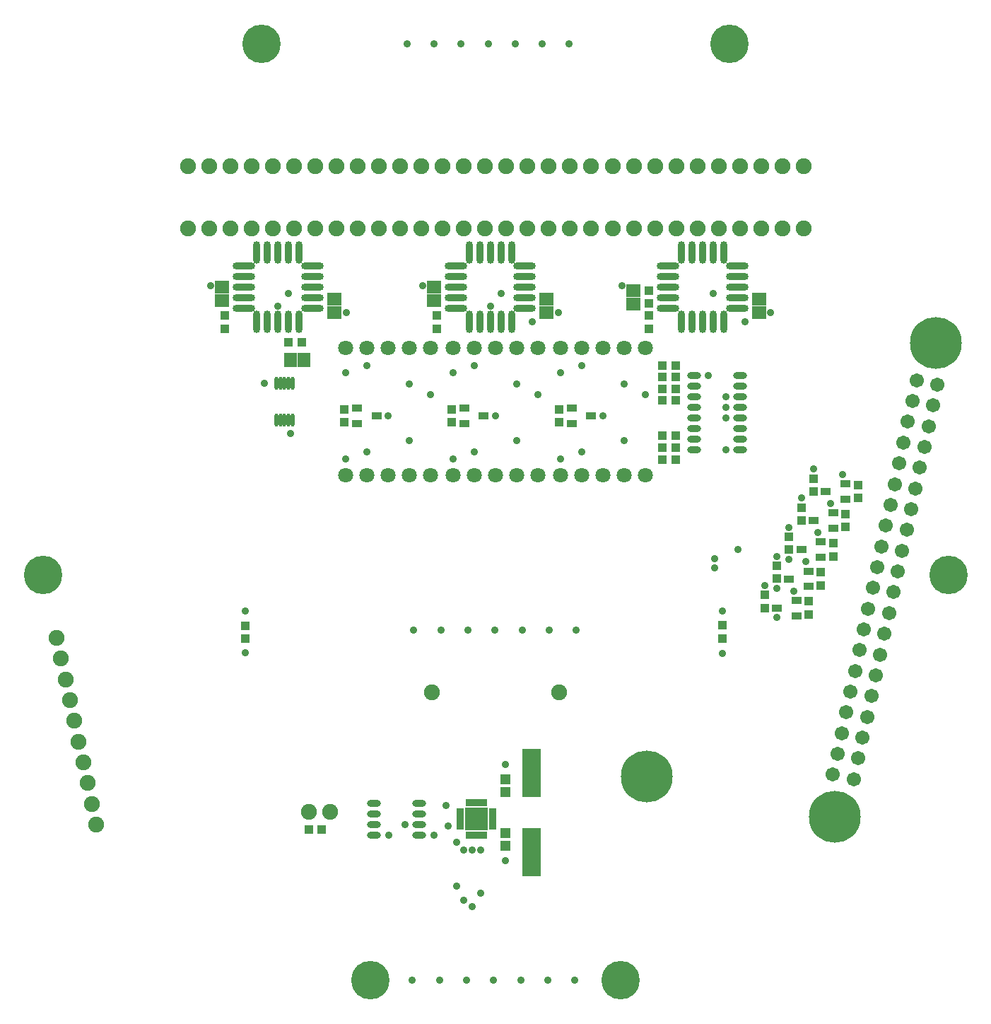
<source format=gbs>
G04*
G04 #@! TF.GenerationSoftware,Altium Limited,Altium Designer,18.1.11 (251)*
G04*
G04 Layer_Color=16711935*
%FSLAX25Y25*%
%MOIN*%
G70*
G01*
G75*
%ADD20C,0.06706*%
%ADD21C,0.24422*%
%ADD22C,0.07493*%
%ADD23C,0.07099*%
%ADD24C,0.18123*%
%ADD25C,0.03556*%
%ADD49R,0.04540X0.03359*%
%ADD50R,0.04343X0.04147*%
%ADD51R,0.04737X0.04934*%
%ADD52R,0.03674X0.01981*%
%ADD53R,0.01981X0.03674*%
%ADD54R,0.10642X0.10642*%
%ADD55R,0.09068X0.22847*%
%ADD56O,0.06509X0.03162*%
%ADD57R,0.04147X0.04343*%
%ADD58R,0.06509X0.05918*%
%ADD59O,0.01981X0.06115*%
%ADD60R,0.05918X0.06509*%
%ADD61O,0.10642X0.03359*%
%ADD62O,0.03359X0.10642*%
D20*
X198587Y300588D02*
D03*
X196508Y290806D02*
D03*
X194429Y281025D02*
D03*
X192350Y271243D02*
D03*
X190270Y261462D02*
D03*
X188191Y251680D02*
D03*
X186112Y241899D02*
D03*
X184033Y232117D02*
D03*
X181954Y222336D02*
D03*
X179875Y212554D02*
D03*
X177796Y202773D02*
D03*
X175716Y192991D02*
D03*
X173637Y183210D02*
D03*
X171558Y173428D02*
D03*
X169479Y163647D02*
D03*
X167400Y153866D02*
D03*
X165321Y144084D02*
D03*
X163242Y134302D02*
D03*
X161163Y124521D02*
D03*
X208368Y298509D02*
D03*
X206289Y288727D02*
D03*
X204210Y278946D02*
D03*
X202131Y269164D02*
D03*
X200052Y259383D02*
D03*
X197973Y249601D02*
D03*
X195894Y239820D02*
D03*
X193815Y230038D02*
D03*
X191735Y220257D02*
D03*
X189656Y210475D02*
D03*
X187577Y200694D02*
D03*
X185498Y190912D02*
D03*
X183419Y181131D02*
D03*
X181340Y171349D02*
D03*
X179261Y161568D02*
D03*
X177181Y151786D02*
D03*
X175102Y142005D02*
D03*
X173023Y132223D02*
D03*
X170944Y122442D02*
D03*
X168865Y112661D02*
D03*
X159084Y114740D02*
D03*
D21*
X159988Y94946D02*
D03*
X71416Y113772D02*
D03*
X207464Y318302D02*
D03*
D22*
X-88150Y97244D02*
D03*
X-78150D02*
D03*
X-188277Y91199D02*
D03*
X-190356Y100981D02*
D03*
X-192435Y110762D02*
D03*
X-194514Y120544D02*
D03*
X-196593Y130325D02*
D03*
X-198672Y140106D02*
D03*
X-200751Y149888D02*
D03*
X-202830Y159669D02*
D03*
X-204910Y169451D02*
D03*
X-206989Y179232D02*
D03*
X145118Y372047D02*
D03*
X135118D02*
D03*
X125118D02*
D03*
X115118D02*
D03*
X105118D02*
D03*
X95118D02*
D03*
X85118D02*
D03*
X75118D02*
D03*
X65118D02*
D03*
X55118D02*
D03*
Y401575D02*
D03*
X65118D02*
D03*
X75118D02*
D03*
X85118D02*
D03*
X95118D02*
D03*
X105118D02*
D03*
X115118D02*
D03*
X125118D02*
D03*
X135118D02*
D03*
X145118D02*
D03*
X45000Y372047D02*
D03*
X35000D02*
D03*
X25000D02*
D03*
X15000D02*
D03*
X5000D02*
D03*
X-5000D02*
D03*
X-15000D02*
D03*
X-25000D02*
D03*
X-35000D02*
D03*
X-45000D02*
D03*
Y401575D02*
D03*
X-35000D02*
D03*
X-25000D02*
D03*
X-15000D02*
D03*
X-5000D02*
D03*
X5000D02*
D03*
X15000D02*
D03*
X25000D02*
D03*
X35000D02*
D03*
X45000D02*
D03*
X-55118Y372047D02*
D03*
X-65118D02*
D03*
X-75118D02*
D03*
X-85118D02*
D03*
X-95118D02*
D03*
X-105118D02*
D03*
X-115118D02*
D03*
X-125118D02*
D03*
X-135118D02*
D03*
X-145118D02*
D03*
Y401575D02*
D03*
X-135118D02*
D03*
X-125118D02*
D03*
X-115118D02*
D03*
X-105118D02*
D03*
X-95118D02*
D03*
X-85118D02*
D03*
X-75118D02*
D03*
X-65118D02*
D03*
X-55118D02*
D03*
X-29921Y153543D02*
D03*
X29921D02*
D03*
D23*
X30630Y315906D02*
D03*
X40630D02*
D03*
X50630D02*
D03*
X60630D02*
D03*
X70630D02*
D03*
Y255906D02*
D03*
X60630D02*
D03*
X50630D02*
D03*
X40630D02*
D03*
X30630D02*
D03*
X-20000Y315905D02*
D03*
X-10000D02*
D03*
X0D02*
D03*
X10000D02*
D03*
X20000D02*
D03*
Y255906D02*
D03*
X10000D02*
D03*
X0D02*
D03*
X-10000D02*
D03*
X-20000D02*
D03*
X-70630Y315906D02*
D03*
X-60630D02*
D03*
X-50630D02*
D03*
X-40630D02*
D03*
X-30630D02*
D03*
Y255906D02*
D03*
X-40630D02*
D03*
X-50630D02*
D03*
X-60630D02*
D03*
X-70630D02*
D03*
D24*
X110393Y459265D02*
D03*
X59055Y17740D02*
D03*
X-213541Y208935D02*
D03*
X-110393Y459265D02*
D03*
X-59055Y17740D02*
D03*
X213541Y208935D02*
D03*
D25*
X-38583Y182874D02*
D03*
X-25820D02*
D03*
X-13058D02*
D03*
X-295D02*
D03*
X12467D02*
D03*
X25230D02*
D03*
X37992D02*
D03*
X-41831Y459265D02*
D03*
X-29068D02*
D03*
X-16306D02*
D03*
X-3543D02*
D03*
X9219D02*
D03*
X21982D02*
D03*
X34744D02*
D03*
X37303Y17740D02*
D03*
X24541D02*
D03*
X11778D02*
D03*
X-984D02*
D03*
X-13747D02*
D03*
X-26509D02*
D03*
X-39272D02*
D03*
X-23524Y100098D02*
D03*
X-22441Y90453D02*
D03*
X-28997Y86201D02*
D03*
X-50454D02*
D03*
X-42854Y91201D02*
D03*
X103115Y212303D02*
D03*
X114235Y220866D02*
D03*
X103115Y216535D02*
D03*
X132578Y188808D02*
D03*
X132554Y202547D02*
D03*
X138337Y216249D02*
D03*
X108563Y287796D02*
D03*
Y292796D02*
D03*
X100223Y302796D02*
D03*
X102579Y341610D02*
D03*
X-2500Y335630D02*
D03*
X-34408Y345079D02*
D03*
X59469D02*
D03*
X129644Y332479D02*
D03*
X29566Y332440D02*
D03*
X-70552Y332480D02*
D03*
X-134507Y345079D02*
D03*
X-20000Y263385D02*
D03*
X126772Y203847D02*
D03*
X132554Y217610D02*
D03*
X138337Y231288D02*
D03*
X144119Y245051D02*
D03*
X149902Y258802D02*
D03*
X163582Y256300D02*
D03*
X157800Y242562D02*
D03*
X152017Y228824D02*
D03*
X146235Y215085D02*
D03*
X140453Y201347D02*
D03*
X-118110Y191968D02*
D03*
Y172107D02*
D03*
X-96653Y275611D02*
D03*
X-109015Y299212D02*
D03*
X106791Y171811D02*
D03*
Y191968D02*
D03*
X4725Y119428D02*
D03*
X4725Y74272D02*
D03*
X-15157Y55610D02*
D03*
X-7185Y58858D02*
D03*
X-18307Y62106D02*
D03*
Y82874D02*
D03*
X-11122Y52362D02*
D03*
X-15157Y79232D02*
D03*
X-7185Y79232D02*
D03*
X-11122D02*
D03*
X2500Y341610D02*
D03*
X-97618D02*
D03*
X117480Y328248D02*
D03*
X-102618Y335630D02*
D03*
X17402Y328209D02*
D03*
X108563Y267796D02*
D03*
Y282796D02*
D03*
X50551Y283760D02*
D03*
X-79Y283760D02*
D03*
X-50709Y283760D02*
D03*
X30630Y304331D02*
D03*
X40630Y307480D02*
D03*
X60630Y298819D02*
D03*
X70630Y293701D02*
D03*
X60630Y272047D02*
D03*
X40630Y266929D02*
D03*
X30630Y263386D02*
D03*
X-20000Y304331D02*
D03*
X-10000Y307480D02*
D03*
X10000Y298819D02*
D03*
X20000Y293701D02*
D03*
X10000Y272047D02*
D03*
X-10000Y266929D02*
D03*
X-70630Y304331D02*
D03*
X-60630Y307481D02*
D03*
X-40630Y298819D02*
D03*
X-30630Y293701D02*
D03*
X-40630Y272047D02*
D03*
X-60630Y266929D02*
D03*
X-70630Y263386D02*
D03*
D49*
X155708Y248230D02*
D03*
X164960Y244628D02*
D03*
Y251832D02*
D03*
X149925Y234492D02*
D03*
X159177Y230889D02*
D03*
Y238094D02*
D03*
X144143Y220753D02*
D03*
X153395Y217151D02*
D03*
Y224356D02*
D03*
X138361Y207015D02*
D03*
X147613Y203412D02*
D03*
Y210617D02*
D03*
X132578Y193276D02*
D03*
X141830Y189674D02*
D03*
Y196879D02*
D03*
X45060Y283760D02*
D03*
X35808Y287362D02*
D03*
Y280157D02*
D03*
X-5570Y283759D02*
D03*
X-14822Y287362D02*
D03*
Y280157D02*
D03*
X-56200Y283760D02*
D03*
X-65452Y287362D02*
D03*
Y280157D02*
D03*
D50*
X149902Y248232D02*
D03*
Y254334D02*
D03*
X170768Y245180D02*
D03*
Y251283D02*
D03*
X144119Y234480D02*
D03*
Y240583D02*
D03*
X164985Y231453D02*
D03*
Y237556D02*
D03*
X138337Y220717D02*
D03*
Y226819D02*
D03*
X159203Y217684D02*
D03*
Y223786D02*
D03*
X132554Y207040D02*
D03*
Y213142D02*
D03*
X153420Y203988D02*
D03*
Y210091D02*
D03*
X147639Y190262D02*
D03*
Y196364D02*
D03*
X126772Y193277D02*
D03*
Y199379D02*
D03*
X-118110Y178839D02*
D03*
Y184941D02*
D03*
X106791Y178937D02*
D03*
Y185039D02*
D03*
X30020Y286811D02*
D03*
Y280709D02*
D03*
X-20609Y286810D02*
D03*
Y280708D02*
D03*
X-71239Y286811D02*
D03*
Y280708D02*
D03*
X-127854Y331102D02*
D03*
Y325000D02*
D03*
X-27735Y331062D02*
D03*
Y324960D02*
D03*
X72343Y342913D02*
D03*
Y336810D02*
D03*
X72343Y331102D02*
D03*
Y324999D02*
D03*
D51*
X4725Y87106D02*
D03*
Y81201D02*
D03*
X4725Y106594D02*
D03*
Y112500D02*
D03*
D52*
X-1417Y93897D02*
D03*
X-16890Y91929D02*
D03*
Y93897D02*
D03*
Y97834D02*
D03*
Y89960D02*
D03*
Y95866D02*
D03*
X-1417Y97834D02*
D03*
Y95866D02*
D03*
Y91929D02*
D03*
Y89960D02*
D03*
D53*
X-11122Y101634D02*
D03*
X-13091D02*
D03*
X-7185D02*
D03*
X-9154D02*
D03*
X-5217D02*
D03*
Y86161D02*
D03*
X-7185D02*
D03*
X-9154D02*
D03*
X-11122D02*
D03*
X-13091D02*
D03*
D54*
X-9154Y93897D02*
D03*
D55*
X16930Y78149D02*
D03*
Y115551D02*
D03*
D56*
X-35926Y101201D02*
D03*
Y96201D02*
D03*
Y91201D02*
D03*
Y86201D02*
D03*
X-57382Y101201D02*
D03*
Y96201D02*
D03*
Y91201D02*
D03*
Y86201D02*
D03*
X115121Y302796D02*
D03*
Y297796D02*
D03*
Y292796D02*
D03*
Y287796D02*
D03*
Y282796D02*
D03*
Y277796D02*
D03*
Y272796D02*
D03*
Y267796D02*
D03*
X93665Y302796D02*
D03*
Y297796D02*
D03*
Y292796D02*
D03*
Y287796D02*
D03*
Y282796D02*
D03*
Y277796D02*
D03*
Y272796D02*
D03*
Y267796D02*
D03*
D57*
X-82047Y88741D02*
D03*
X-88150D02*
D03*
X84862Y274567D02*
D03*
X78760D02*
D03*
X84862Y268956D02*
D03*
X78760D02*
D03*
X84862Y263346D02*
D03*
X78760D02*
D03*
X84862Y291141D02*
D03*
X78760D02*
D03*
X84862Y296653D02*
D03*
X78760D02*
D03*
X84862Y302165D02*
D03*
X78760D02*
D03*
X84862Y307677D02*
D03*
X78760D02*
D03*
X-91516Y318405D02*
D03*
X-97618D02*
D03*
D58*
X-129035Y344508D02*
D03*
Y338209D02*
D03*
X-76005Y332479D02*
D03*
Y338778D02*
D03*
X-28916Y344489D02*
D03*
Y338190D02*
D03*
X24074Y332440D02*
D03*
Y338739D02*
D03*
X64961Y342834D02*
D03*
Y336535D02*
D03*
X124153Y332479D02*
D03*
Y338778D02*
D03*
D59*
X-95650Y281693D02*
D03*
X-97618D02*
D03*
X-99587D02*
D03*
X-101555D02*
D03*
X-103524D02*
D03*
X-95650Y299212D02*
D03*
X-97618D02*
D03*
X-99587D02*
D03*
X-101555D02*
D03*
X-103524D02*
D03*
D60*
X-96752Y310138D02*
D03*
X-90452D02*
D03*
D61*
X-86378Y334488D02*
D03*
Y339488D02*
D03*
Y344488D02*
D03*
Y349488D02*
D03*
Y354488D02*
D03*
X-118858D02*
D03*
Y349488D02*
D03*
Y344488D02*
D03*
Y339488D02*
D03*
Y334488D02*
D03*
X13740Y334449D02*
D03*
Y339449D02*
D03*
Y344449D02*
D03*
Y349449D02*
D03*
Y354449D02*
D03*
X-18740D02*
D03*
Y349449D02*
D03*
Y344449D02*
D03*
Y339449D02*
D03*
Y334449D02*
D03*
X113819Y334488D02*
D03*
Y339488D02*
D03*
Y344488D02*
D03*
Y349488D02*
D03*
Y354488D02*
D03*
X81339D02*
D03*
Y349488D02*
D03*
Y344488D02*
D03*
Y339488D02*
D03*
Y334488D02*
D03*
D62*
X-92618Y360728D02*
D03*
X-97618D02*
D03*
X-102618D02*
D03*
X-107618D02*
D03*
X-112618D02*
D03*
Y328248D02*
D03*
X-107618D02*
D03*
X-102618D02*
D03*
X-97618D02*
D03*
X-92618D02*
D03*
X7500Y360689D02*
D03*
X2500D02*
D03*
X-2500D02*
D03*
X-7500D02*
D03*
X-12500D02*
D03*
Y328209D02*
D03*
X-7500D02*
D03*
X-2500D02*
D03*
X2500D02*
D03*
X7500D02*
D03*
X107579Y360728D02*
D03*
X102579D02*
D03*
X97579D02*
D03*
X92579D02*
D03*
X87579D02*
D03*
Y328248D02*
D03*
X92579D02*
D03*
X97579D02*
D03*
X102579D02*
D03*
X107579D02*
D03*
M02*

</source>
